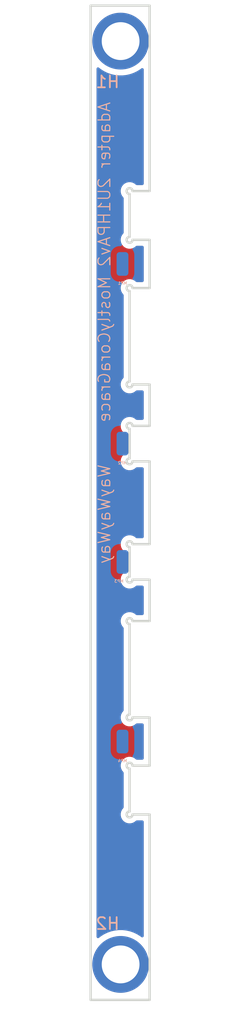
<source format=kicad_pcb>
(kicad_pcb (version 20241229) (generator "pcbnew") (generator_version "9.0")
  (layers (0 "F.Cu" signal) (2 "B.Cu" signal) (13 "F.Paste" user) (15 "B.Paste" user) (5 "F.SilkS" user "F.Silkscreen") (7 "B.SilkS" user "B.Silkscreen") (1 "F.Mask" user) (3 "B.Mask" user) (25 "Edge.Cuts" user))
  (net 0 "")
  (footprint "EXC:MountingHole_3.2mm_M3" (layer "F.Cu") (at 2.54 83.475)
    (property "Reference" "H2" (at 0 -3.45 0) (layer "B.SilkS") (effects (justify left mirror)))
    (property "Value" "Eurorack_M3_MountingHole")
    (pad "" thru_hole circle (at 0 0) (size 4.8 4.8) (drill 3.2) (layers "*.Cu" "*.Mask"))
  )
  (footprint "EXC:MountingHole_3.2mm_M3" (layer "F.Cu") (at 2.54 5.425)
    (property "Reference" "H1" (at 0 3.45 0) (layer "B.SilkS") (effects (justify left mirror)))
    (property "Value" "Eurorack_M3_MountingHole")
    (pad "" thru_hole circle (at 0 0) (size 4.8 4.8) (drill 3.2) (layers "*.Cu" "*.Mask"))
  )
  (footprint "EXC:SolderWirePad_1x01_SMD_1x2mm" (layer "B.Cu") (at 2.7 49.45 180)
    (property "Reference" "MP3" (at 0.3 -1.6256 0) (layer "B.SilkS") (effects (font (size 0.25 0.25) (thickness 0.05) (bold yes)) (justify mirror)))
    (property "Value" "Mechanical_Pad_Solder_Linkage")
    (pad "1" smd roundrect (at 0 0 180) (size 1 2) (layers "B.Cu" "B.Mask" "B.Paste"))
  )
  (footprint "EXC:SolderWirePad_1x01_SMD_1x2mm" (layer "B.Cu") (at 2.7 39.45 180)
    (property "Reference" "MP2" (at 0 -1.6256 0) (layer "B.SilkS") (effects (font (size 0.25 0.25) (thickness 0.05) (bold yes)) (justify mirror)))
    (property "Value" "Mechanical_Pad_Solder_Linkage")
    (pad "1" smd roundrect (at 0 0 180) (size 1 2) (layers "B.Cu" "B.Mask" "B.Paste"))
  )
  (footprint "EXC:SolderWirePad_1x01_SMD_1x2mm" (layer "B.Cu") (at 2.7 24.2625 180)
    (property "Reference" "MP1" (at 0 -1.6256 0) (layer "B.SilkS") (effects (font (size 0.25 0.25) (thickness 0.05) (bold yes)) (justify mirror)))
    (property "Value" "Mechanical_Pad_Solder_Linkage")
    (pad "1" smd roundrect (at 0 0 180) (size 1 2) (layers "B.Cu" "B.Mask" "B.Paste"))
  )
  (footprint "EXC:SolderWirePad_1x01_SMD_1x2mm" (layer "B.Cu") (at 2.7 64.6375 180)
    (property "Reference" "MP4" (at 0 -1.6256 0) (layer "B.SilkS") (effects (font (size 0.25 0.25) (thickness 0.05) (bold yes)) (justify mirror)))
    (property "Value" "Mechanical_Pad_Solder_Linkage")
    (pad "1" smd roundrect (at 0 0 180) (size 1 2) (layers "B.Cu" "B.Mask" "B.Paste"))
  )
  (gr_arc (start 3.55 50.95) (mid 3.123223 51.126777) (end 3.3 50.7) (stroke (width 0.2)) (layer "Edge.Cuts"))
  (gr_arc (start 3.55 22.225) (mid 3.123223 22.401777) (end 3.3 21.975) (stroke (width 0.2)) (layer "Edge.Cuts"))
  (gr_line (start 3.55 70.8) (end 5 70.8) (stroke (width 0.2)) (layer "Edge.Cuts"))
  (gr_arc (start 3.3 18.35) (mid 3.123223 17.923223) (end 3.55 18.1) (stroke (width 0.2)) (layer "Edge.Cuts"))
  (gr_line (start 3.55 26.3) (end 5 26.3) (stroke (width 0.2)) (layer "Edge.Cuts"))
  (gr_line (start 3.3 26.55) (end 3.3 34.2) (stroke (width 0.2)) (layer "Edge.Cuts"))
  (gr_arc (start 3.55 62.6) (mid 3.123223 62.776777) (end 3.3 62.35) (stroke (width 0.2)) (layer "Edge.Cuts"))
  (gr_arc (start 3.55 40.95) (mid 3.123223 41.126777) (end 3.3 40.7) (stroke (width 0.2)) (layer "Edge.Cuts"))
  (gr_line (start 3.55 37.95) (end 5 37.95) (stroke (width 0.2)) (layer "Edge.Cuts"))
  (gr_line (start 3.55 66.675) (end 5 66.675) (stroke (width 0.2)) (layer "Edge.Cuts"))
  (gr_line (start 5 22.225) (end 5 26.3) (stroke (width 0.2)) (layer "Edge.Cuts"))
  (gr_line (start 3.3 48.2) (end 3.3 50.7) (stroke (width 0.2)) (layer "Edge.Cuts"))
  (gr_arc (start 3.55 34.45) (mid 3.123223 34.626777) (end 3.3 34.2) (stroke (width 0.2)) (layer "Edge.Cuts"))
  (gr_line (start 5 50.95) (end 5 54.45) (stroke (width 0.2)) (layer "Edge.Cuts"))
  (gr_line (start 0 86.475) (end 5 86.475) (stroke (width 0.2)) (layer "Edge.Cuts"))
  (gr_line (start 3.55 40.95) (end 5 40.95) (stroke (width 0.2)) (layer "Edge.Cuts"))
  (gr_line (start 5 70.8) (end 5 86.475) (stroke (width 0.2)) (layer "Edge.Cuts"))
  (gr_line (start 5 40.95) (end 5 47.95) (stroke (width 0.2)) (layer "Edge.Cuts"))
  (gr_arc (start 3.3 54.7) (mid 3.123223 54.273223) (end 3.55 54.45) (stroke (width 0.2)) (layer "Edge.Cuts"))
  (gr_arc (start 3.3 48.2) (mid 3.123223 47.773223) (end 3.55 47.95) (stroke (width 0.2)) (layer "Edge.Cuts"))
  (gr_arc (start 3.3 66.925) (mid 3.123223 66.498223) (end 3.55 66.675) (stroke (width 0.2)) (layer "Edge.Cuts"))
  (gr_line (start 5 2.425) (end 5 18.1) (stroke (width 0.2)) (layer "Edge.Cuts"))
  (gr_line (start 3.3 54.7) (end 3.3 62.35) (stroke (width 0.2)) (layer "Edge.Cuts"))
  (gr_line (start 3.55 54.45) (end 5 54.45) (stroke (width 0.2)) (layer "Edge.Cuts"))
  (gr_line (start 3.55 47.95) (end 5 47.95) (stroke (width 0.2)) (layer "Edge.Cuts"))
  (gr_arc (start 3.3 38.2) (mid 3.123223 37.773223) (end 3.55 37.95) (stroke (width 0.2)) (layer "Edge.Cuts"))
  (gr_line (start 3.55 18.1) (end 5 18.1) (stroke (width 0.2)) (layer "Edge.Cuts"))
  (gr_line (start 3.55 22.225) (end 5 22.225) (stroke (width 0.2)) (layer "Edge.Cuts"))
  (gr_line (start 5 62.6) (end 5 66.675) (stroke (width 0.2)) (layer "Edge.Cuts"))
  (gr_line (start 5 34.45) (end 5 37.95) (stroke (width 0.2)) (layer "Edge.Cuts"))
  (gr_line (start 3.55 50.95) (end 5 50.95) (stroke (width 0.2)) (layer "Edge.Cuts"))
  (gr_line (start 0 2.425) (end 0 86.475) (stroke (width 0.2)) (layer "Edge.Cuts"))
  (gr_line (start 3.3 66.925) (end 3.3 70.55) (stroke (width 0.2)) (layer "Edge.Cuts"))
  (gr_line (start 3.55 34.45) (end 5 34.45) (stroke (width 0.2)) (layer "Edge.Cuts"))
  (gr_arc (start 3.3 26.55) (mid 3.123223 26.123223) (end 3.55 26.3) (stroke (width 0.2)) (layer "Edge.Cuts"))
  (gr_line (start 3.3 18.35) (end 3.3 21.975) (stroke (width 0.2)) (layer "Edge.Cuts"))
  (gr_line (start 0 2.425) (end 5 2.425) (stroke (width 0.2)) (layer "Edge.Cuts"))
  (gr_line (start 3.3 38.2) (end 3.3 40.7) (stroke (width 0.2)) (layer "Edge.Cuts"))
  (gr_arc (start 3.55 70.8) (mid 3.123223 70.976777) (end 3.3 70.55) (stroke (width 0.2)) (layer "Edge.Cuts"))
  (gr_line (start 3.55 62.6) (end 5 62.6) (stroke (width 0.2)) (layer "Edge.Cuts"))
  (gr_text "WayWayWay" (at 1.75 41.126777 90) (layer "B.SilkS") (effects (font (size 1 1) (thickness 0.1)) (justify left bottom mirror)))
  (gr_text "Adapter 2U1HPAv2 MostlyCoraGrace" (at 1.75 10.5 90) (layer "B.SilkS") (effects (font (size 1 1) (thickness 0.1)) (justify left bottom mirror)))
  (zone (net 0) (net_name "") (layers "F.Cu" "B.Cu") (connect_pads (clearance 0.5)) (min_thickness 0.25) (fill yes (thermal_gap 0.5) (thermal_bridge_width 0.5) (island_removal_mode 1) (island_area_min 10))
    (polygon (pts (xy 0 2.425) (xy 5 2.425) (xy 5 18.1) (xy 3.3 18.1) (xy 3.3 22.225) (xy 5 22.225) (xy 5 26.3) (xy 3.3 26.3) (xy 3.3 34.45) (xy 5 34.45) (xy 5 37.95) (xy 3.3 37.95) (xy 3.3 40.95) (xy 5 40.95) (xy 5 47.95) (xy 3.3 47.95) (xy 3.3 50.95) (xy 5 50.95) (xy 5 54.45) (xy 3.3 54.45) (xy 3.3 62.6) (xy 5 62.6) (xy 5 66.675) (xy 3.3 66.675) (xy 3.3 70.8) (xy 5 70.8) (xy 5 86.475) (xy 0 86.475)))
  )
)
</source>
